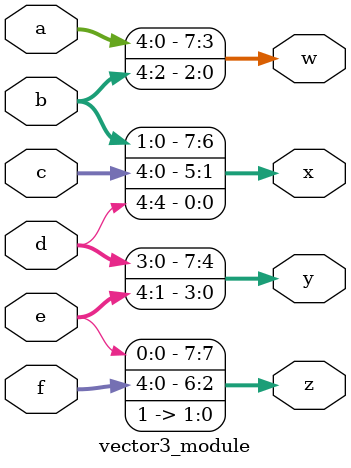
<source format=v>
module vector3_module (
    input [4:0] a, b, c, d, e, f,
    output [7:0] w, x, y, z );
    assign {w, x, y, z} = {a, b, c, d, e, f, 2'd11};
endmodule 
</source>
